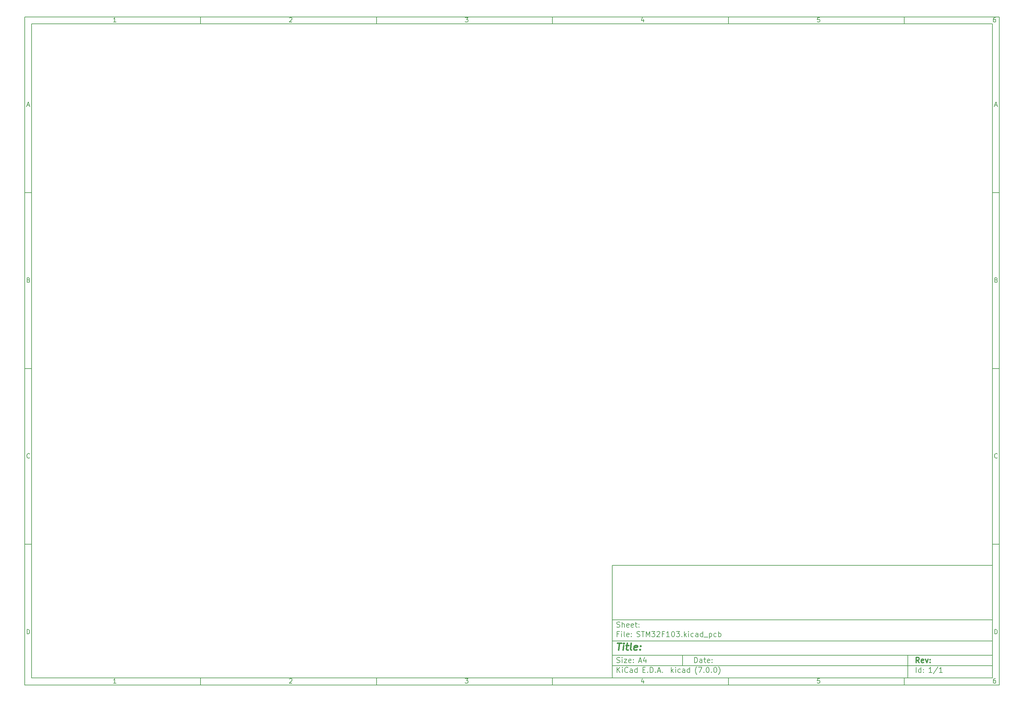
<source format=gbr>
%TF.GenerationSoftware,KiCad,Pcbnew,(7.0.0)*%
%TF.CreationDate,2023-03-08T00:24:43-05:00*%
%TF.ProjectId,STM32F103,53544d33-3246-4313-9033-2e6b69636164,rev?*%
%TF.SameCoordinates,Original*%
%TF.FileFunction,Legend,Bot*%
%TF.FilePolarity,Positive*%
%FSLAX46Y46*%
G04 Gerber Fmt 4.6, Leading zero omitted, Abs format (unit mm)*
G04 Created by KiCad (PCBNEW (7.0.0)) date 2023-03-08 00:24:43*
%MOMM*%
%LPD*%
G01*
G04 APERTURE LIST*
%ADD10C,0.100000*%
%ADD11C,0.150000*%
%ADD12C,0.300000*%
%ADD13C,0.400000*%
G04 APERTURE END LIST*
D10*
D11*
X177002200Y-166007200D02*
X285002200Y-166007200D01*
X285002200Y-198007200D01*
X177002200Y-198007200D01*
X177002200Y-166007200D01*
D10*
D11*
X10000000Y-10000000D02*
X287002200Y-10000000D01*
X287002200Y-200007200D01*
X10000000Y-200007200D01*
X10000000Y-10000000D01*
D10*
D11*
X12000000Y-12000000D02*
X285002200Y-12000000D01*
X285002200Y-198007200D01*
X12000000Y-198007200D01*
X12000000Y-12000000D01*
D10*
D11*
X60000000Y-12000000D02*
X60000000Y-10000000D01*
D10*
D11*
X110000000Y-12000000D02*
X110000000Y-10000000D01*
D10*
D11*
X160000000Y-12000000D02*
X160000000Y-10000000D01*
D10*
D11*
X210000000Y-12000000D02*
X210000000Y-10000000D01*
D10*
D11*
X260000000Y-12000000D02*
X260000000Y-10000000D01*
D10*
D11*
X35990476Y-11477595D02*
X35247619Y-11477595D01*
X35619047Y-11477595D02*
X35619047Y-10177595D01*
X35619047Y-10177595D02*
X35495238Y-10363309D01*
X35495238Y-10363309D02*
X35371428Y-10487119D01*
X35371428Y-10487119D02*
X35247619Y-10549023D01*
D10*
D11*
X85247619Y-10301404D02*
X85309523Y-10239500D01*
X85309523Y-10239500D02*
X85433333Y-10177595D01*
X85433333Y-10177595D02*
X85742857Y-10177595D01*
X85742857Y-10177595D02*
X85866666Y-10239500D01*
X85866666Y-10239500D02*
X85928571Y-10301404D01*
X85928571Y-10301404D02*
X85990476Y-10425214D01*
X85990476Y-10425214D02*
X85990476Y-10549023D01*
X85990476Y-10549023D02*
X85928571Y-10734738D01*
X85928571Y-10734738D02*
X85185714Y-11477595D01*
X85185714Y-11477595D02*
X85990476Y-11477595D01*
D10*
D11*
X135185714Y-10177595D02*
X135990476Y-10177595D01*
X135990476Y-10177595D02*
X135557142Y-10672833D01*
X135557142Y-10672833D02*
X135742857Y-10672833D01*
X135742857Y-10672833D02*
X135866666Y-10734738D01*
X135866666Y-10734738D02*
X135928571Y-10796642D01*
X135928571Y-10796642D02*
X135990476Y-10920452D01*
X135990476Y-10920452D02*
X135990476Y-11229976D01*
X135990476Y-11229976D02*
X135928571Y-11353785D01*
X135928571Y-11353785D02*
X135866666Y-11415690D01*
X135866666Y-11415690D02*
X135742857Y-11477595D01*
X135742857Y-11477595D02*
X135371428Y-11477595D01*
X135371428Y-11477595D02*
X135247619Y-11415690D01*
X135247619Y-11415690D02*
X135185714Y-11353785D01*
D10*
D11*
X185866666Y-10610928D02*
X185866666Y-11477595D01*
X185557142Y-10115690D02*
X185247619Y-11044261D01*
X185247619Y-11044261D02*
X186052380Y-11044261D01*
D10*
D11*
X235928571Y-10177595D02*
X235309523Y-10177595D01*
X235309523Y-10177595D02*
X235247619Y-10796642D01*
X235247619Y-10796642D02*
X235309523Y-10734738D01*
X235309523Y-10734738D02*
X235433333Y-10672833D01*
X235433333Y-10672833D02*
X235742857Y-10672833D01*
X235742857Y-10672833D02*
X235866666Y-10734738D01*
X235866666Y-10734738D02*
X235928571Y-10796642D01*
X235928571Y-10796642D02*
X235990476Y-10920452D01*
X235990476Y-10920452D02*
X235990476Y-11229976D01*
X235990476Y-11229976D02*
X235928571Y-11353785D01*
X235928571Y-11353785D02*
X235866666Y-11415690D01*
X235866666Y-11415690D02*
X235742857Y-11477595D01*
X235742857Y-11477595D02*
X235433333Y-11477595D01*
X235433333Y-11477595D02*
X235309523Y-11415690D01*
X235309523Y-11415690D02*
X235247619Y-11353785D01*
D10*
D11*
X285866666Y-10177595D02*
X285619047Y-10177595D01*
X285619047Y-10177595D02*
X285495238Y-10239500D01*
X285495238Y-10239500D02*
X285433333Y-10301404D01*
X285433333Y-10301404D02*
X285309523Y-10487119D01*
X285309523Y-10487119D02*
X285247619Y-10734738D01*
X285247619Y-10734738D02*
X285247619Y-11229976D01*
X285247619Y-11229976D02*
X285309523Y-11353785D01*
X285309523Y-11353785D02*
X285371428Y-11415690D01*
X285371428Y-11415690D02*
X285495238Y-11477595D01*
X285495238Y-11477595D02*
X285742857Y-11477595D01*
X285742857Y-11477595D02*
X285866666Y-11415690D01*
X285866666Y-11415690D02*
X285928571Y-11353785D01*
X285928571Y-11353785D02*
X285990476Y-11229976D01*
X285990476Y-11229976D02*
X285990476Y-10920452D01*
X285990476Y-10920452D02*
X285928571Y-10796642D01*
X285928571Y-10796642D02*
X285866666Y-10734738D01*
X285866666Y-10734738D02*
X285742857Y-10672833D01*
X285742857Y-10672833D02*
X285495238Y-10672833D01*
X285495238Y-10672833D02*
X285371428Y-10734738D01*
X285371428Y-10734738D02*
X285309523Y-10796642D01*
X285309523Y-10796642D02*
X285247619Y-10920452D01*
D10*
D11*
X60000000Y-198007200D02*
X60000000Y-200007200D01*
D10*
D11*
X110000000Y-198007200D02*
X110000000Y-200007200D01*
D10*
D11*
X160000000Y-198007200D02*
X160000000Y-200007200D01*
D10*
D11*
X210000000Y-198007200D02*
X210000000Y-200007200D01*
D10*
D11*
X260000000Y-198007200D02*
X260000000Y-200007200D01*
D10*
D11*
X35990476Y-199484795D02*
X35247619Y-199484795D01*
X35619047Y-199484795D02*
X35619047Y-198184795D01*
X35619047Y-198184795D02*
X35495238Y-198370509D01*
X35495238Y-198370509D02*
X35371428Y-198494319D01*
X35371428Y-198494319D02*
X35247619Y-198556223D01*
D10*
D11*
X85247619Y-198308604D02*
X85309523Y-198246700D01*
X85309523Y-198246700D02*
X85433333Y-198184795D01*
X85433333Y-198184795D02*
X85742857Y-198184795D01*
X85742857Y-198184795D02*
X85866666Y-198246700D01*
X85866666Y-198246700D02*
X85928571Y-198308604D01*
X85928571Y-198308604D02*
X85990476Y-198432414D01*
X85990476Y-198432414D02*
X85990476Y-198556223D01*
X85990476Y-198556223D02*
X85928571Y-198741938D01*
X85928571Y-198741938D02*
X85185714Y-199484795D01*
X85185714Y-199484795D02*
X85990476Y-199484795D01*
D10*
D11*
X135185714Y-198184795D02*
X135990476Y-198184795D01*
X135990476Y-198184795D02*
X135557142Y-198680033D01*
X135557142Y-198680033D02*
X135742857Y-198680033D01*
X135742857Y-198680033D02*
X135866666Y-198741938D01*
X135866666Y-198741938D02*
X135928571Y-198803842D01*
X135928571Y-198803842D02*
X135990476Y-198927652D01*
X135990476Y-198927652D02*
X135990476Y-199237176D01*
X135990476Y-199237176D02*
X135928571Y-199360985D01*
X135928571Y-199360985D02*
X135866666Y-199422890D01*
X135866666Y-199422890D02*
X135742857Y-199484795D01*
X135742857Y-199484795D02*
X135371428Y-199484795D01*
X135371428Y-199484795D02*
X135247619Y-199422890D01*
X135247619Y-199422890D02*
X135185714Y-199360985D01*
D10*
D11*
X185866666Y-198618128D02*
X185866666Y-199484795D01*
X185557142Y-198122890D02*
X185247619Y-199051461D01*
X185247619Y-199051461D02*
X186052380Y-199051461D01*
D10*
D11*
X235928571Y-198184795D02*
X235309523Y-198184795D01*
X235309523Y-198184795D02*
X235247619Y-198803842D01*
X235247619Y-198803842D02*
X235309523Y-198741938D01*
X235309523Y-198741938D02*
X235433333Y-198680033D01*
X235433333Y-198680033D02*
X235742857Y-198680033D01*
X235742857Y-198680033D02*
X235866666Y-198741938D01*
X235866666Y-198741938D02*
X235928571Y-198803842D01*
X235928571Y-198803842D02*
X235990476Y-198927652D01*
X235990476Y-198927652D02*
X235990476Y-199237176D01*
X235990476Y-199237176D02*
X235928571Y-199360985D01*
X235928571Y-199360985D02*
X235866666Y-199422890D01*
X235866666Y-199422890D02*
X235742857Y-199484795D01*
X235742857Y-199484795D02*
X235433333Y-199484795D01*
X235433333Y-199484795D02*
X235309523Y-199422890D01*
X235309523Y-199422890D02*
X235247619Y-199360985D01*
D10*
D11*
X285866666Y-198184795D02*
X285619047Y-198184795D01*
X285619047Y-198184795D02*
X285495238Y-198246700D01*
X285495238Y-198246700D02*
X285433333Y-198308604D01*
X285433333Y-198308604D02*
X285309523Y-198494319D01*
X285309523Y-198494319D02*
X285247619Y-198741938D01*
X285247619Y-198741938D02*
X285247619Y-199237176D01*
X285247619Y-199237176D02*
X285309523Y-199360985D01*
X285309523Y-199360985D02*
X285371428Y-199422890D01*
X285371428Y-199422890D02*
X285495238Y-199484795D01*
X285495238Y-199484795D02*
X285742857Y-199484795D01*
X285742857Y-199484795D02*
X285866666Y-199422890D01*
X285866666Y-199422890D02*
X285928571Y-199360985D01*
X285928571Y-199360985D02*
X285990476Y-199237176D01*
X285990476Y-199237176D02*
X285990476Y-198927652D01*
X285990476Y-198927652D02*
X285928571Y-198803842D01*
X285928571Y-198803842D02*
X285866666Y-198741938D01*
X285866666Y-198741938D02*
X285742857Y-198680033D01*
X285742857Y-198680033D02*
X285495238Y-198680033D01*
X285495238Y-198680033D02*
X285371428Y-198741938D01*
X285371428Y-198741938D02*
X285309523Y-198803842D01*
X285309523Y-198803842D02*
X285247619Y-198927652D01*
D10*
D11*
X10000000Y-60000000D02*
X12000000Y-60000000D01*
D10*
D11*
X10000000Y-110000000D02*
X12000000Y-110000000D01*
D10*
D11*
X10000000Y-160000000D02*
X12000000Y-160000000D01*
D10*
D11*
X10690476Y-35106166D02*
X11309523Y-35106166D01*
X10566666Y-35477595D02*
X10999999Y-34177595D01*
X10999999Y-34177595D02*
X11433333Y-35477595D01*
D10*
D11*
X11092857Y-84796642D02*
X11278571Y-84858547D01*
X11278571Y-84858547D02*
X11340476Y-84920452D01*
X11340476Y-84920452D02*
X11402380Y-85044261D01*
X11402380Y-85044261D02*
X11402380Y-85229976D01*
X11402380Y-85229976D02*
X11340476Y-85353785D01*
X11340476Y-85353785D02*
X11278571Y-85415690D01*
X11278571Y-85415690D02*
X11154761Y-85477595D01*
X11154761Y-85477595D02*
X10659523Y-85477595D01*
X10659523Y-85477595D02*
X10659523Y-84177595D01*
X10659523Y-84177595D02*
X11092857Y-84177595D01*
X11092857Y-84177595D02*
X11216666Y-84239500D01*
X11216666Y-84239500D02*
X11278571Y-84301404D01*
X11278571Y-84301404D02*
X11340476Y-84425214D01*
X11340476Y-84425214D02*
X11340476Y-84549023D01*
X11340476Y-84549023D02*
X11278571Y-84672833D01*
X11278571Y-84672833D02*
X11216666Y-84734738D01*
X11216666Y-84734738D02*
X11092857Y-84796642D01*
X11092857Y-84796642D02*
X10659523Y-84796642D01*
D10*
D11*
X11402380Y-135353785D02*
X11340476Y-135415690D01*
X11340476Y-135415690D02*
X11154761Y-135477595D01*
X11154761Y-135477595D02*
X11030952Y-135477595D01*
X11030952Y-135477595D02*
X10845238Y-135415690D01*
X10845238Y-135415690D02*
X10721428Y-135291880D01*
X10721428Y-135291880D02*
X10659523Y-135168071D01*
X10659523Y-135168071D02*
X10597619Y-134920452D01*
X10597619Y-134920452D02*
X10597619Y-134734738D01*
X10597619Y-134734738D02*
X10659523Y-134487119D01*
X10659523Y-134487119D02*
X10721428Y-134363309D01*
X10721428Y-134363309D02*
X10845238Y-134239500D01*
X10845238Y-134239500D02*
X11030952Y-134177595D01*
X11030952Y-134177595D02*
X11154761Y-134177595D01*
X11154761Y-134177595D02*
X11340476Y-134239500D01*
X11340476Y-134239500D02*
X11402380Y-134301404D01*
D10*
D11*
X10659523Y-185477595D02*
X10659523Y-184177595D01*
X10659523Y-184177595D02*
X10969047Y-184177595D01*
X10969047Y-184177595D02*
X11154761Y-184239500D01*
X11154761Y-184239500D02*
X11278571Y-184363309D01*
X11278571Y-184363309D02*
X11340476Y-184487119D01*
X11340476Y-184487119D02*
X11402380Y-184734738D01*
X11402380Y-184734738D02*
X11402380Y-184920452D01*
X11402380Y-184920452D02*
X11340476Y-185168071D01*
X11340476Y-185168071D02*
X11278571Y-185291880D01*
X11278571Y-185291880D02*
X11154761Y-185415690D01*
X11154761Y-185415690D02*
X10969047Y-185477595D01*
X10969047Y-185477595D02*
X10659523Y-185477595D01*
D10*
D11*
X287002200Y-60000000D02*
X285002200Y-60000000D01*
D10*
D11*
X287002200Y-110000000D02*
X285002200Y-110000000D01*
D10*
D11*
X287002200Y-160000000D02*
X285002200Y-160000000D01*
D10*
D11*
X285692676Y-35106166D02*
X286311723Y-35106166D01*
X285568866Y-35477595D02*
X286002199Y-34177595D01*
X286002199Y-34177595D02*
X286435533Y-35477595D01*
D10*
D11*
X286095057Y-84796642D02*
X286280771Y-84858547D01*
X286280771Y-84858547D02*
X286342676Y-84920452D01*
X286342676Y-84920452D02*
X286404580Y-85044261D01*
X286404580Y-85044261D02*
X286404580Y-85229976D01*
X286404580Y-85229976D02*
X286342676Y-85353785D01*
X286342676Y-85353785D02*
X286280771Y-85415690D01*
X286280771Y-85415690D02*
X286156961Y-85477595D01*
X286156961Y-85477595D02*
X285661723Y-85477595D01*
X285661723Y-85477595D02*
X285661723Y-84177595D01*
X285661723Y-84177595D02*
X286095057Y-84177595D01*
X286095057Y-84177595D02*
X286218866Y-84239500D01*
X286218866Y-84239500D02*
X286280771Y-84301404D01*
X286280771Y-84301404D02*
X286342676Y-84425214D01*
X286342676Y-84425214D02*
X286342676Y-84549023D01*
X286342676Y-84549023D02*
X286280771Y-84672833D01*
X286280771Y-84672833D02*
X286218866Y-84734738D01*
X286218866Y-84734738D02*
X286095057Y-84796642D01*
X286095057Y-84796642D02*
X285661723Y-84796642D01*
D10*
D11*
X286404580Y-135353785D02*
X286342676Y-135415690D01*
X286342676Y-135415690D02*
X286156961Y-135477595D01*
X286156961Y-135477595D02*
X286033152Y-135477595D01*
X286033152Y-135477595D02*
X285847438Y-135415690D01*
X285847438Y-135415690D02*
X285723628Y-135291880D01*
X285723628Y-135291880D02*
X285661723Y-135168071D01*
X285661723Y-135168071D02*
X285599819Y-134920452D01*
X285599819Y-134920452D02*
X285599819Y-134734738D01*
X285599819Y-134734738D02*
X285661723Y-134487119D01*
X285661723Y-134487119D02*
X285723628Y-134363309D01*
X285723628Y-134363309D02*
X285847438Y-134239500D01*
X285847438Y-134239500D02*
X286033152Y-134177595D01*
X286033152Y-134177595D02*
X286156961Y-134177595D01*
X286156961Y-134177595D02*
X286342676Y-134239500D01*
X286342676Y-134239500D02*
X286404580Y-134301404D01*
D10*
D11*
X285661723Y-185477595D02*
X285661723Y-184177595D01*
X285661723Y-184177595D02*
X285971247Y-184177595D01*
X285971247Y-184177595D02*
X286156961Y-184239500D01*
X286156961Y-184239500D02*
X286280771Y-184363309D01*
X286280771Y-184363309D02*
X286342676Y-184487119D01*
X286342676Y-184487119D02*
X286404580Y-184734738D01*
X286404580Y-184734738D02*
X286404580Y-184920452D01*
X286404580Y-184920452D02*
X286342676Y-185168071D01*
X286342676Y-185168071D02*
X286280771Y-185291880D01*
X286280771Y-185291880D02*
X286156961Y-185415690D01*
X286156961Y-185415690D02*
X285971247Y-185477595D01*
X285971247Y-185477595D02*
X285661723Y-185477595D01*
D10*
D11*
X200359342Y-193658271D02*
X200359342Y-192158271D01*
X200359342Y-192158271D02*
X200716485Y-192158271D01*
X200716485Y-192158271D02*
X200930771Y-192229700D01*
X200930771Y-192229700D02*
X201073628Y-192372557D01*
X201073628Y-192372557D02*
X201145057Y-192515414D01*
X201145057Y-192515414D02*
X201216485Y-192801128D01*
X201216485Y-192801128D02*
X201216485Y-193015414D01*
X201216485Y-193015414D02*
X201145057Y-193301128D01*
X201145057Y-193301128D02*
X201073628Y-193443985D01*
X201073628Y-193443985D02*
X200930771Y-193586842D01*
X200930771Y-193586842D02*
X200716485Y-193658271D01*
X200716485Y-193658271D02*
X200359342Y-193658271D01*
X202502200Y-193658271D02*
X202502200Y-192872557D01*
X202502200Y-192872557D02*
X202430771Y-192729700D01*
X202430771Y-192729700D02*
X202287914Y-192658271D01*
X202287914Y-192658271D02*
X202002200Y-192658271D01*
X202002200Y-192658271D02*
X201859342Y-192729700D01*
X202502200Y-193586842D02*
X202359342Y-193658271D01*
X202359342Y-193658271D02*
X202002200Y-193658271D01*
X202002200Y-193658271D02*
X201859342Y-193586842D01*
X201859342Y-193586842D02*
X201787914Y-193443985D01*
X201787914Y-193443985D02*
X201787914Y-193301128D01*
X201787914Y-193301128D02*
X201859342Y-193158271D01*
X201859342Y-193158271D02*
X202002200Y-193086842D01*
X202002200Y-193086842D02*
X202359342Y-193086842D01*
X202359342Y-193086842D02*
X202502200Y-193015414D01*
X203002200Y-192658271D02*
X203573628Y-192658271D01*
X203216485Y-192158271D02*
X203216485Y-193443985D01*
X203216485Y-193443985D02*
X203287914Y-193586842D01*
X203287914Y-193586842D02*
X203430771Y-193658271D01*
X203430771Y-193658271D02*
X203573628Y-193658271D01*
X204645057Y-193586842D02*
X204502200Y-193658271D01*
X204502200Y-193658271D02*
X204216486Y-193658271D01*
X204216486Y-193658271D02*
X204073628Y-193586842D01*
X204073628Y-193586842D02*
X204002200Y-193443985D01*
X204002200Y-193443985D02*
X204002200Y-192872557D01*
X204002200Y-192872557D02*
X204073628Y-192729700D01*
X204073628Y-192729700D02*
X204216486Y-192658271D01*
X204216486Y-192658271D02*
X204502200Y-192658271D01*
X204502200Y-192658271D02*
X204645057Y-192729700D01*
X204645057Y-192729700D02*
X204716486Y-192872557D01*
X204716486Y-192872557D02*
X204716486Y-193015414D01*
X204716486Y-193015414D02*
X204002200Y-193158271D01*
X205359342Y-193515414D02*
X205430771Y-193586842D01*
X205430771Y-193586842D02*
X205359342Y-193658271D01*
X205359342Y-193658271D02*
X205287914Y-193586842D01*
X205287914Y-193586842D02*
X205359342Y-193515414D01*
X205359342Y-193515414D02*
X205359342Y-193658271D01*
X205359342Y-192729700D02*
X205430771Y-192801128D01*
X205430771Y-192801128D02*
X205359342Y-192872557D01*
X205359342Y-192872557D02*
X205287914Y-192801128D01*
X205287914Y-192801128D02*
X205359342Y-192729700D01*
X205359342Y-192729700D02*
X205359342Y-192872557D01*
D10*
D11*
X177002200Y-194507200D02*
X285002200Y-194507200D01*
D10*
D11*
X178359342Y-196458271D02*
X178359342Y-194958271D01*
X179216485Y-196458271D02*
X178573628Y-195601128D01*
X179216485Y-194958271D02*
X178359342Y-195815414D01*
X179859342Y-196458271D02*
X179859342Y-195458271D01*
X179859342Y-194958271D02*
X179787914Y-195029700D01*
X179787914Y-195029700D02*
X179859342Y-195101128D01*
X179859342Y-195101128D02*
X179930771Y-195029700D01*
X179930771Y-195029700D02*
X179859342Y-194958271D01*
X179859342Y-194958271D02*
X179859342Y-195101128D01*
X181430771Y-196315414D02*
X181359343Y-196386842D01*
X181359343Y-196386842D02*
X181145057Y-196458271D01*
X181145057Y-196458271D02*
X181002200Y-196458271D01*
X181002200Y-196458271D02*
X180787914Y-196386842D01*
X180787914Y-196386842D02*
X180645057Y-196243985D01*
X180645057Y-196243985D02*
X180573628Y-196101128D01*
X180573628Y-196101128D02*
X180502200Y-195815414D01*
X180502200Y-195815414D02*
X180502200Y-195601128D01*
X180502200Y-195601128D02*
X180573628Y-195315414D01*
X180573628Y-195315414D02*
X180645057Y-195172557D01*
X180645057Y-195172557D02*
X180787914Y-195029700D01*
X180787914Y-195029700D02*
X181002200Y-194958271D01*
X181002200Y-194958271D02*
X181145057Y-194958271D01*
X181145057Y-194958271D02*
X181359343Y-195029700D01*
X181359343Y-195029700D02*
X181430771Y-195101128D01*
X182716486Y-196458271D02*
X182716486Y-195672557D01*
X182716486Y-195672557D02*
X182645057Y-195529700D01*
X182645057Y-195529700D02*
X182502200Y-195458271D01*
X182502200Y-195458271D02*
X182216486Y-195458271D01*
X182216486Y-195458271D02*
X182073628Y-195529700D01*
X182716486Y-196386842D02*
X182573628Y-196458271D01*
X182573628Y-196458271D02*
X182216486Y-196458271D01*
X182216486Y-196458271D02*
X182073628Y-196386842D01*
X182073628Y-196386842D02*
X182002200Y-196243985D01*
X182002200Y-196243985D02*
X182002200Y-196101128D01*
X182002200Y-196101128D02*
X182073628Y-195958271D01*
X182073628Y-195958271D02*
X182216486Y-195886842D01*
X182216486Y-195886842D02*
X182573628Y-195886842D01*
X182573628Y-195886842D02*
X182716486Y-195815414D01*
X184073629Y-196458271D02*
X184073629Y-194958271D01*
X184073629Y-196386842D02*
X183930771Y-196458271D01*
X183930771Y-196458271D02*
X183645057Y-196458271D01*
X183645057Y-196458271D02*
X183502200Y-196386842D01*
X183502200Y-196386842D02*
X183430771Y-196315414D01*
X183430771Y-196315414D02*
X183359343Y-196172557D01*
X183359343Y-196172557D02*
X183359343Y-195743985D01*
X183359343Y-195743985D02*
X183430771Y-195601128D01*
X183430771Y-195601128D02*
X183502200Y-195529700D01*
X183502200Y-195529700D02*
X183645057Y-195458271D01*
X183645057Y-195458271D02*
X183930771Y-195458271D01*
X183930771Y-195458271D02*
X184073629Y-195529700D01*
X185687914Y-195672557D02*
X186187914Y-195672557D01*
X186402200Y-196458271D02*
X185687914Y-196458271D01*
X185687914Y-196458271D02*
X185687914Y-194958271D01*
X185687914Y-194958271D02*
X186402200Y-194958271D01*
X187045057Y-196315414D02*
X187116486Y-196386842D01*
X187116486Y-196386842D02*
X187045057Y-196458271D01*
X187045057Y-196458271D02*
X186973629Y-196386842D01*
X186973629Y-196386842D02*
X187045057Y-196315414D01*
X187045057Y-196315414D02*
X187045057Y-196458271D01*
X187759343Y-196458271D02*
X187759343Y-194958271D01*
X187759343Y-194958271D02*
X188116486Y-194958271D01*
X188116486Y-194958271D02*
X188330772Y-195029700D01*
X188330772Y-195029700D02*
X188473629Y-195172557D01*
X188473629Y-195172557D02*
X188545058Y-195315414D01*
X188545058Y-195315414D02*
X188616486Y-195601128D01*
X188616486Y-195601128D02*
X188616486Y-195815414D01*
X188616486Y-195815414D02*
X188545058Y-196101128D01*
X188545058Y-196101128D02*
X188473629Y-196243985D01*
X188473629Y-196243985D02*
X188330772Y-196386842D01*
X188330772Y-196386842D02*
X188116486Y-196458271D01*
X188116486Y-196458271D02*
X187759343Y-196458271D01*
X189259343Y-196315414D02*
X189330772Y-196386842D01*
X189330772Y-196386842D02*
X189259343Y-196458271D01*
X189259343Y-196458271D02*
X189187915Y-196386842D01*
X189187915Y-196386842D02*
X189259343Y-196315414D01*
X189259343Y-196315414D02*
X189259343Y-196458271D01*
X189902201Y-196029700D02*
X190616487Y-196029700D01*
X189759344Y-196458271D02*
X190259344Y-194958271D01*
X190259344Y-194958271D02*
X190759344Y-196458271D01*
X191259343Y-196315414D02*
X191330772Y-196386842D01*
X191330772Y-196386842D02*
X191259343Y-196458271D01*
X191259343Y-196458271D02*
X191187915Y-196386842D01*
X191187915Y-196386842D02*
X191259343Y-196315414D01*
X191259343Y-196315414D02*
X191259343Y-196458271D01*
X193773629Y-196458271D02*
X193773629Y-194958271D01*
X193916487Y-195886842D02*
X194345058Y-196458271D01*
X194345058Y-195458271D02*
X193773629Y-196029700D01*
X194987915Y-196458271D02*
X194987915Y-195458271D01*
X194987915Y-194958271D02*
X194916487Y-195029700D01*
X194916487Y-195029700D02*
X194987915Y-195101128D01*
X194987915Y-195101128D02*
X195059344Y-195029700D01*
X195059344Y-195029700D02*
X194987915Y-194958271D01*
X194987915Y-194958271D02*
X194987915Y-195101128D01*
X196345059Y-196386842D02*
X196202201Y-196458271D01*
X196202201Y-196458271D02*
X195916487Y-196458271D01*
X195916487Y-196458271D02*
X195773630Y-196386842D01*
X195773630Y-196386842D02*
X195702201Y-196315414D01*
X195702201Y-196315414D02*
X195630773Y-196172557D01*
X195630773Y-196172557D02*
X195630773Y-195743985D01*
X195630773Y-195743985D02*
X195702201Y-195601128D01*
X195702201Y-195601128D02*
X195773630Y-195529700D01*
X195773630Y-195529700D02*
X195916487Y-195458271D01*
X195916487Y-195458271D02*
X196202201Y-195458271D01*
X196202201Y-195458271D02*
X196345059Y-195529700D01*
X197630773Y-196458271D02*
X197630773Y-195672557D01*
X197630773Y-195672557D02*
X197559344Y-195529700D01*
X197559344Y-195529700D02*
X197416487Y-195458271D01*
X197416487Y-195458271D02*
X197130773Y-195458271D01*
X197130773Y-195458271D02*
X196987915Y-195529700D01*
X197630773Y-196386842D02*
X197487915Y-196458271D01*
X197487915Y-196458271D02*
X197130773Y-196458271D01*
X197130773Y-196458271D02*
X196987915Y-196386842D01*
X196987915Y-196386842D02*
X196916487Y-196243985D01*
X196916487Y-196243985D02*
X196916487Y-196101128D01*
X196916487Y-196101128D02*
X196987915Y-195958271D01*
X196987915Y-195958271D02*
X197130773Y-195886842D01*
X197130773Y-195886842D02*
X197487915Y-195886842D01*
X197487915Y-195886842D02*
X197630773Y-195815414D01*
X198987916Y-196458271D02*
X198987916Y-194958271D01*
X198987916Y-196386842D02*
X198845058Y-196458271D01*
X198845058Y-196458271D02*
X198559344Y-196458271D01*
X198559344Y-196458271D02*
X198416487Y-196386842D01*
X198416487Y-196386842D02*
X198345058Y-196315414D01*
X198345058Y-196315414D02*
X198273630Y-196172557D01*
X198273630Y-196172557D02*
X198273630Y-195743985D01*
X198273630Y-195743985D02*
X198345058Y-195601128D01*
X198345058Y-195601128D02*
X198416487Y-195529700D01*
X198416487Y-195529700D02*
X198559344Y-195458271D01*
X198559344Y-195458271D02*
X198845058Y-195458271D01*
X198845058Y-195458271D02*
X198987916Y-195529700D01*
X201030773Y-197029700D02*
X200959344Y-196958271D01*
X200959344Y-196958271D02*
X200816487Y-196743985D01*
X200816487Y-196743985D02*
X200745059Y-196601128D01*
X200745059Y-196601128D02*
X200673630Y-196386842D01*
X200673630Y-196386842D02*
X200602201Y-196029700D01*
X200602201Y-196029700D02*
X200602201Y-195743985D01*
X200602201Y-195743985D02*
X200673630Y-195386842D01*
X200673630Y-195386842D02*
X200745059Y-195172557D01*
X200745059Y-195172557D02*
X200816487Y-195029700D01*
X200816487Y-195029700D02*
X200959344Y-194815414D01*
X200959344Y-194815414D02*
X201030773Y-194743985D01*
X201459344Y-194958271D02*
X202459344Y-194958271D01*
X202459344Y-194958271D02*
X201816487Y-196458271D01*
X203030772Y-196315414D02*
X203102201Y-196386842D01*
X203102201Y-196386842D02*
X203030772Y-196458271D01*
X203030772Y-196458271D02*
X202959344Y-196386842D01*
X202959344Y-196386842D02*
X203030772Y-196315414D01*
X203030772Y-196315414D02*
X203030772Y-196458271D01*
X204030773Y-194958271D02*
X204173630Y-194958271D01*
X204173630Y-194958271D02*
X204316487Y-195029700D01*
X204316487Y-195029700D02*
X204387916Y-195101128D01*
X204387916Y-195101128D02*
X204459344Y-195243985D01*
X204459344Y-195243985D02*
X204530773Y-195529700D01*
X204530773Y-195529700D02*
X204530773Y-195886842D01*
X204530773Y-195886842D02*
X204459344Y-196172557D01*
X204459344Y-196172557D02*
X204387916Y-196315414D01*
X204387916Y-196315414D02*
X204316487Y-196386842D01*
X204316487Y-196386842D02*
X204173630Y-196458271D01*
X204173630Y-196458271D02*
X204030773Y-196458271D01*
X204030773Y-196458271D02*
X203887916Y-196386842D01*
X203887916Y-196386842D02*
X203816487Y-196315414D01*
X203816487Y-196315414D02*
X203745058Y-196172557D01*
X203745058Y-196172557D02*
X203673630Y-195886842D01*
X203673630Y-195886842D02*
X203673630Y-195529700D01*
X203673630Y-195529700D02*
X203745058Y-195243985D01*
X203745058Y-195243985D02*
X203816487Y-195101128D01*
X203816487Y-195101128D02*
X203887916Y-195029700D01*
X203887916Y-195029700D02*
X204030773Y-194958271D01*
X205173629Y-196315414D02*
X205245058Y-196386842D01*
X205245058Y-196386842D02*
X205173629Y-196458271D01*
X205173629Y-196458271D02*
X205102201Y-196386842D01*
X205102201Y-196386842D02*
X205173629Y-196315414D01*
X205173629Y-196315414D02*
X205173629Y-196458271D01*
X206173630Y-194958271D02*
X206316487Y-194958271D01*
X206316487Y-194958271D02*
X206459344Y-195029700D01*
X206459344Y-195029700D02*
X206530773Y-195101128D01*
X206530773Y-195101128D02*
X206602201Y-195243985D01*
X206602201Y-195243985D02*
X206673630Y-195529700D01*
X206673630Y-195529700D02*
X206673630Y-195886842D01*
X206673630Y-195886842D02*
X206602201Y-196172557D01*
X206602201Y-196172557D02*
X206530773Y-196315414D01*
X206530773Y-196315414D02*
X206459344Y-196386842D01*
X206459344Y-196386842D02*
X206316487Y-196458271D01*
X206316487Y-196458271D02*
X206173630Y-196458271D01*
X206173630Y-196458271D02*
X206030773Y-196386842D01*
X206030773Y-196386842D02*
X205959344Y-196315414D01*
X205959344Y-196315414D02*
X205887915Y-196172557D01*
X205887915Y-196172557D02*
X205816487Y-195886842D01*
X205816487Y-195886842D02*
X205816487Y-195529700D01*
X205816487Y-195529700D02*
X205887915Y-195243985D01*
X205887915Y-195243985D02*
X205959344Y-195101128D01*
X205959344Y-195101128D02*
X206030773Y-195029700D01*
X206030773Y-195029700D02*
X206173630Y-194958271D01*
X207173629Y-197029700D02*
X207245058Y-196958271D01*
X207245058Y-196958271D02*
X207387915Y-196743985D01*
X207387915Y-196743985D02*
X207459344Y-196601128D01*
X207459344Y-196601128D02*
X207530772Y-196386842D01*
X207530772Y-196386842D02*
X207602201Y-196029700D01*
X207602201Y-196029700D02*
X207602201Y-195743985D01*
X207602201Y-195743985D02*
X207530772Y-195386842D01*
X207530772Y-195386842D02*
X207459344Y-195172557D01*
X207459344Y-195172557D02*
X207387915Y-195029700D01*
X207387915Y-195029700D02*
X207245058Y-194815414D01*
X207245058Y-194815414D02*
X207173629Y-194743985D01*
D10*
D11*
X177002200Y-191507200D02*
X285002200Y-191507200D01*
D10*
D12*
X264216485Y-193658271D02*
X263716485Y-192943985D01*
X263359342Y-193658271D02*
X263359342Y-192158271D01*
X263359342Y-192158271D02*
X263930771Y-192158271D01*
X263930771Y-192158271D02*
X264073628Y-192229700D01*
X264073628Y-192229700D02*
X264145057Y-192301128D01*
X264145057Y-192301128D02*
X264216485Y-192443985D01*
X264216485Y-192443985D02*
X264216485Y-192658271D01*
X264216485Y-192658271D02*
X264145057Y-192801128D01*
X264145057Y-192801128D02*
X264073628Y-192872557D01*
X264073628Y-192872557D02*
X263930771Y-192943985D01*
X263930771Y-192943985D02*
X263359342Y-192943985D01*
X265430771Y-193586842D02*
X265287914Y-193658271D01*
X265287914Y-193658271D02*
X265002200Y-193658271D01*
X265002200Y-193658271D02*
X264859342Y-193586842D01*
X264859342Y-193586842D02*
X264787914Y-193443985D01*
X264787914Y-193443985D02*
X264787914Y-192872557D01*
X264787914Y-192872557D02*
X264859342Y-192729700D01*
X264859342Y-192729700D02*
X265002200Y-192658271D01*
X265002200Y-192658271D02*
X265287914Y-192658271D01*
X265287914Y-192658271D02*
X265430771Y-192729700D01*
X265430771Y-192729700D02*
X265502200Y-192872557D01*
X265502200Y-192872557D02*
X265502200Y-193015414D01*
X265502200Y-193015414D02*
X264787914Y-193158271D01*
X266002199Y-192658271D02*
X266359342Y-193658271D01*
X266359342Y-193658271D02*
X266716485Y-192658271D01*
X267287913Y-193515414D02*
X267359342Y-193586842D01*
X267359342Y-193586842D02*
X267287913Y-193658271D01*
X267287913Y-193658271D02*
X267216485Y-193586842D01*
X267216485Y-193586842D02*
X267287913Y-193515414D01*
X267287913Y-193515414D02*
X267287913Y-193658271D01*
X267287913Y-192729700D02*
X267359342Y-192801128D01*
X267359342Y-192801128D02*
X267287913Y-192872557D01*
X267287913Y-192872557D02*
X267216485Y-192801128D01*
X267216485Y-192801128D02*
X267287913Y-192729700D01*
X267287913Y-192729700D02*
X267287913Y-192872557D01*
D10*
D11*
X178287914Y-193586842D02*
X178502200Y-193658271D01*
X178502200Y-193658271D02*
X178859342Y-193658271D01*
X178859342Y-193658271D02*
X179002200Y-193586842D01*
X179002200Y-193586842D02*
X179073628Y-193515414D01*
X179073628Y-193515414D02*
X179145057Y-193372557D01*
X179145057Y-193372557D02*
X179145057Y-193229700D01*
X179145057Y-193229700D02*
X179073628Y-193086842D01*
X179073628Y-193086842D02*
X179002200Y-193015414D01*
X179002200Y-193015414D02*
X178859342Y-192943985D01*
X178859342Y-192943985D02*
X178573628Y-192872557D01*
X178573628Y-192872557D02*
X178430771Y-192801128D01*
X178430771Y-192801128D02*
X178359342Y-192729700D01*
X178359342Y-192729700D02*
X178287914Y-192586842D01*
X178287914Y-192586842D02*
X178287914Y-192443985D01*
X178287914Y-192443985D02*
X178359342Y-192301128D01*
X178359342Y-192301128D02*
X178430771Y-192229700D01*
X178430771Y-192229700D02*
X178573628Y-192158271D01*
X178573628Y-192158271D02*
X178930771Y-192158271D01*
X178930771Y-192158271D02*
X179145057Y-192229700D01*
X179787913Y-193658271D02*
X179787913Y-192658271D01*
X179787913Y-192158271D02*
X179716485Y-192229700D01*
X179716485Y-192229700D02*
X179787913Y-192301128D01*
X179787913Y-192301128D02*
X179859342Y-192229700D01*
X179859342Y-192229700D02*
X179787913Y-192158271D01*
X179787913Y-192158271D02*
X179787913Y-192301128D01*
X180359342Y-192658271D02*
X181145057Y-192658271D01*
X181145057Y-192658271D02*
X180359342Y-193658271D01*
X180359342Y-193658271D02*
X181145057Y-193658271D01*
X182287914Y-193586842D02*
X182145057Y-193658271D01*
X182145057Y-193658271D02*
X181859343Y-193658271D01*
X181859343Y-193658271D02*
X181716485Y-193586842D01*
X181716485Y-193586842D02*
X181645057Y-193443985D01*
X181645057Y-193443985D02*
X181645057Y-192872557D01*
X181645057Y-192872557D02*
X181716485Y-192729700D01*
X181716485Y-192729700D02*
X181859343Y-192658271D01*
X181859343Y-192658271D02*
X182145057Y-192658271D01*
X182145057Y-192658271D02*
X182287914Y-192729700D01*
X182287914Y-192729700D02*
X182359343Y-192872557D01*
X182359343Y-192872557D02*
X182359343Y-193015414D01*
X182359343Y-193015414D02*
X181645057Y-193158271D01*
X183002199Y-193515414D02*
X183073628Y-193586842D01*
X183073628Y-193586842D02*
X183002199Y-193658271D01*
X183002199Y-193658271D02*
X182930771Y-193586842D01*
X182930771Y-193586842D02*
X183002199Y-193515414D01*
X183002199Y-193515414D02*
X183002199Y-193658271D01*
X183002199Y-192729700D02*
X183073628Y-192801128D01*
X183073628Y-192801128D02*
X183002199Y-192872557D01*
X183002199Y-192872557D02*
X182930771Y-192801128D01*
X182930771Y-192801128D02*
X183002199Y-192729700D01*
X183002199Y-192729700D02*
X183002199Y-192872557D01*
X184545057Y-193229700D02*
X185259343Y-193229700D01*
X184402200Y-193658271D02*
X184902200Y-192158271D01*
X184902200Y-192158271D02*
X185402200Y-193658271D01*
X186545057Y-192658271D02*
X186545057Y-193658271D01*
X186187914Y-192086842D02*
X185830771Y-193158271D01*
X185830771Y-193158271D02*
X186759342Y-193158271D01*
D10*
D11*
X263359342Y-196458271D02*
X263359342Y-194958271D01*
X264716486Y-196458271D02*
X264716486Y-194958271D01*
X264716486Y-196386842D02*
X264573628Y-196458271D01*
X264573628Y-196458271D02*
X264287914Y-196458271D01*
X264287914Y-196458271D02*
X264145057Y-196386842D01*
X264145057Y-196386842D02*
X264073628Y-196315414D01*
X264073628Y-196315414D02*
X264002200Y-196172557D01*
X264002200Y-196172557D02*
X264002200Y-195743985D01*
X264002200Y-195743985D02*
X264073628Y-195601128D01*
X264073628Y-195601128D02*
X264145057Y-195529700D01*
X264145057Y-195529700D02*
X264287914Y-195458271D01*
X264287914Y-195458271D02*
X264573628Y-195458271D01*
X264573628Y-195458271D02*
X264716486Y-195529700D01*
X265430771Y-196315414D02*
X265502200Y-196386842D01*
X265502200Y-196386842D02*
X265430771Y-196458271D01*
X265430771Y-196458271D02*
X265359343Y-196386842D01*
X265359343Y-196386842D02*
X265430771Y-196315414D01*
X265430771Y-196315414D02*
X265430771Y-196458271D01*
X265430771Y-195529700D02*
X265502200Y-195601128D01*
X265502200Y-195601128D02*
X265430771Y-195672557D01*
X265430771Y-195672557D02*
X265359343Y-195601128D01*
X265359343Y-195601128D02*
X265430771Y-195529700D01*
X265430771Y-195529700D02*
X265430771Y-195672557D01*
X267830772Y-196458271D02*
X266973629Y-196458271D01*
X267402200Y-196458271D02*
X267402200Y-194958271D01*
X267402200Y-194958271D02*
X267259343Y-195172557D01*
X267259343Y-195172557D02*
X267116486Y-195315414D01*
X267116486Y-195315414D02*
X266973629Y-195386842D01*
X269545057Y-194886842D02*
X268259343Y-196815414D01*
X270830772Y-196458271D02*
X269973629Y-196458271D01*
X270402200Y-196458271D02*
X270402200Y-194958271D01*
X270402200Y-194958271D02*
X270259343Y-195172557D01*
X270259343Y-195172557D02*
X270116486Y-195315414D01*
X270116486Y-195315414D02*
X269973629Y-195386842D01*
D10*
D11*
X177002200Y-187507200D02*
X285002200Y-187507200D01*
D10*
D13*
X178454580Y-188041961D02*
X179597438Y-188041961D01*
X178776009Y-190041961D02*
X179026009Y-188041961D01*
X180014105Y-190041961D02*
X180180771Y-188708628D01*
X180264105Y-188041961D02*
X180156962Y-188137200D01*
X180156962Y-188137200D02*
X180240295Y-188232438D01*
X180240295Y-188232438D02*
X180347438Y-188137200D01*
X180347438Y-188137200D02*
X180264105Y-188041961D01*
X180264105Y-188041961D02*
X180240295Y-188232438D01*
X180847438Y-188708628D02*
X181609343Y-188708628D01*
X181216486Y-188041961D02*
X181002200Y-189756247D01*
X181002200Y-189756247D02*
X181073629Y-189946723D01*
X181073629Y-189946723D02*
X181252200Y-190041961D01*
X181252200Y-190041961D02*
X181442676Y-190041961D01*
X182395057Y-190041961D02*
X182216486Y-189946723D01*
X182216486Y-189946723D02*
X182145057Y-189756247D01*
X182145057Y-189756247D02*
X182359343Y-188041961D01*
X183930771Y-189946723D02*
X183728390Y-190041961D01*
X183728390Y-190041961D02*
X183347438Y-190041961D01*
X183347438Y-190041961D02*
X183168867Y-189946723D01*
X183168867Y-189946723D02*
X183097438Y-189756247D01*
X183097438Y-189756247D02*
X183192676Y-188994342D01*
X183192676Y-188994342D02*
X183311724Y-188803866D01*
X183311724Y-188803866D02*
X183514105Y-188708628D01*
X183514105Y-188708628D02*
X183895057Y-188708628D01*
X183895057Y-188708628D02*
X184073628Y-188803866D01*
X184073628Y-188803866D02*
X184145057Y-188994342D01*
X184145057Y-188994342D02*
X184121247Y-189184819D01*
X184121247Y-189184819D02*
X183145057Y-189375295D01*
X184895057Y-189851485D02*
X184978391Y-189946723D01*
X184978391Y-189946723D02*
X184871248Y-190041961D01*
X184871248Y-190041961D02*
X184787914Y-189946723D01*
X184787914Y-189946723D02*
X184895057Y-189851485D01*
X184895057Y-189851485D02*
X184871248Y-190041961D01*
X185026010Y-188803866D02*
X185109343Y-188899104D01*
X185109343Y-188899104D02*
X185002200Y-188994342D01*
X185002200Y-188994342D02*
X184918867Y-188899104D01*
X184918867Y-188899104D02*
X185026010Y-188803866D01*
X185026010Y-188803866D02*
X185002200Y-188994342D01*
D10*
D11*
X178859342Y-185472557D02*
X178359342Y-185472557D01*
X178359342Y-186258271D02*
X178359342Y-184758271D01*
X178359342Y-184758271D02*
X179073628Y-184758271D01*
X179645056Y-186258271D02*
X179645056Y-185258271D01*
X179645056Y-184758271D02*
X179573628Y-184829700D01*
X179573628Y-184829700D02*
X179645056Y-184901128D01*
X179645056Y-184901128D02*
X179716485Y-184829700D01*
X179716485Y-184829700D02*
X179645056Y-184758271D01*
X179645056Y-184758271D02*
X179645056Y-184901128D01*
X180573628Y-186258271D02*
X180430771Y-186186842D01*
X180430771Y-186186842D02*
X180359342Y-186043985D01*
X180359342Y-186043985D02*
X180359342Y-184758271D01*
X181716485Y-186186842D02*
X181573628Y-186258271D01*
X181573628Y-186258271D02*
X181287914Y-186258271D01*
X181287914Y-186258271D02*
X181145056Y-186186842D01*
X181145056Y-186186842D02*
X181073628Y-186043985D01*
X181073628Y-186043985D02*
X181073628Y-185472557D01*
X181073628Y-185472557D02*
X181145056Y-185329700D01*
X181145056Y-185329700D02*
X181287914Y-185258271D01*
X181287914Y-185258271D02*
X181573628Y-185258271D01*
X181573628Y-185258271D02*
X181716485Y-185329700D01*
X181716485Y-185329700D02*
X181787914Y-185472557D01*
X181787914Y-185472557D02*
X181787914Y-185615414D01*
X181787914Y-185615414D02*
X181073628Y-185758271D01*
X182430770Y-186115414D02*
X182502199Y-186186842D01*
X182502199Y-186186842D02*
X182430770Y-186258271D01*
X182430770Y-186258271D02*
X182359342Y-186186842D01*
X182359342Y-186186842D02*
X182430770Y-186115414D01*
X182430770Y-186115414D02*
X182430770Y-186258271D01*
X182430770Y-185329700D02*
X182502199Y-185401128D01*
X182502199Y-185401128D02*
X182430770Y-185472557D01*
X182430770Y-185472557D02*
X182359342Y-185401128D01*
X182359342Y-185401128D02*
X182430770Y-185329700D01*
X182430770Y-185329700D02*
X182430770Y-185472557D01*
X183973628Y-186186842D02*
X184187914Y-186258271D01*
X184187914Y-186258271D02*
X184545056Y-186258271D01*
X184545056Y-186258271D02*
X184687914Y-186186842D01*
X184687914Y-186186842D02*
X184759342Y-186115414D01*
X184759342Y-186115414D02*
X184830771Y-185972557D01*
X184830771Y-185972557D02*
X184830771Y-185829700D01*
X184830771Y-185829700D02*
X184759342Y-185686842D01*
X184759342Y-185686842D02*
X184687914Y-185615414D01*
X184687914Y-185615414D02*
X184545056Y-185543985D01*
X184545056Y-185543985D02*
X184259342Y-185472557D01*
X184259342Y-185472557D02*
X184116485Y-185401128D01*
X184116485Y-185401128D02*
X184045056Y-185329700D01*
X184045056Y-185329700D02*
X183973628Y-185186842D01*
X183973628Y-185186842D02*
X183973628Y-185043985D01*
X183973628Y-185043985D02*
X184045056Y-184901128D01*
X184045056Y-184901128D02*
X184116485Y-184829700D01*
X184116485Y-184829700D02*
X184259342Y-184758271D01*
X184259342Y-184758271D02*
X184616485Y-184758271D01*
X184616485Y-184758271D02*
X184830771Y-184829700D01*
X185259342Y-184758271D02*
X186116485Y-184758271D01*
X185687913Y-186258271D02*
X185687913Y-184758271D01*
X186616484Y-186258271D02*
X186616484Y-184758271D01*
X186616484Y-184758271D02*
X187116484Y-185829700D01*
X187116484Y-185829700D02*
X187616484Y-184758271D01*
X187616484Y-184758271D02*
X187616484Y-186258271D01*
X188187913Y-184758271D02*
X189116485Y-184758271D01*
X189116485Y-184758271D02*
X188616485Y-185329700D01*
X188616485Y-185329700D02*
X188830770Y-185329700D01*
X188830770Y-185329700D02*
X188973628Y-185401128D01*
X188973628Y-185401128D02*
X189045056Y-185472557D01*
X189045056Y-185472557D02*
X189116485Y-185615414D01*
X189116485Y-185615414D02*
X189116485Y-185972557D01*
X189116485Y-185972557D02*
X189045056Y-186115414D01*
X189045056Y-186115414D02*
X188973628Y-186186842D01*
X188973628Y-186186842D02*
X188830770Y-186258271D01*
X188830770Y-186258271D02*
X188402199Y-186258271D01*
X188402199Y-186258271D02*
X188259342Y-186186842D01*
X188259342Y-186186842D02*
X188187913Y-186115414D01*
X189687913Y-184901128D02*
X189759341Y-184829700D01*
X189759341Y-184829700D02*
X189902199Y-184758271D01*
X189902199Y-184758271D02*
X190259341Y-184758271D01*
X190259341Y-184758271D02*
X190402199Y-184829700D01*
X190402199Y-184829700D02*
X190473627Y-184901128D01*
X190473627Y-184901128D02*
X190545056Y-185043985D01*
X190545056Y-185043985D02*
X190545056Y-185186842D01*
X190545056Y-185186842D02*
X190473627Y-185401128D01*
X190473627Y-185401128D02*
X189616484Y-186258271D01*
X189616484Y-186258271D02*
X190545056Y-186258271D01*
X191687912Y-185472557D02*
X191187912Y-185472557D01*
X191187912Y-186258271D02*
X191187912Y-184758271D01*
X191187912Y-184758271D02*
X191902198Y-184758271D01*
X193259341Y-186258271D02*
X192402198Y-186258271D01*
X192830769Y-186258271D02*
X192830769Y-184758271D01*
X192830769Y-184758271D02*
X192687912Y-184972557D01*
X192687912Y-184972557D02*
X192545055Y-185115414D01*
X192545055Y-185115414D02*
X192402198Y-185186842D01*
X194187912Y-184758271D02*
X194330769Y-184758271D01*
X194330769Y-184758271D02*
X194473626Y-184829700D01*
X194473626Y-184829700D02*
X194545055Y-184901128D01*
X194545055Y-184901128D02*
X194616483Y-185043985D01*
X194616483Y-185043985D02*
X194687912Y-185329700D01*
X194687912Y-185329700D02*
X194687912Y-185686842D01*
X194687912Y-185686842D02*
X194616483Y-185972557D01*
X194616483Y-185972557D02*
X194545055Y-186115414D01*
X194545055Y-186115414D02*
X194473626Y-186186842D01*
X194473626Y-186186842D02*
X194330769Y-186258271D01*
X194330769Y-186258271D02*
X194187912Y-186258271D01*
X194187912Y-186258271D02*
X194045055Y-186186842D01*
X194045055Y-186186842D02*
X193973626Y-186115414D01*
X193973626Y-186115414D02*
X193902197Y-185972557D01*
X193902197Y-185972557D02*
X193830769Y-185686842D01*
X193830769Y-185686842D02*
X193830769Y-185329700D01*
X193830769Y-185329700D02*
X193902197Y-185043985D01*
X193902197Y-185043985D02*
X193973626Y-184901128D01*
X193973626Y-184901128D02*
X194045055Y-184829700D01*
X194045055Y-184829700D02*
X194187912Y-184758271D01*
X195187911Y-184758271D02*
X196116483Y-184758271D01*
X196116483Y-184758271D02*
X195616483Y-185329700D01*
X195616483Y-185329700D02*
X195830768Y-185329700D01*
X195830768Y-185329700D02*
X195973626Y-185401128D01*
X195973626Y-185401128D02*
X196045054Y-185472557D01*
X196045054Y-185472557D02*
X196116483Y-185615414D01*
X196116483Y-185615414D02*
X196116483Y-185972557D01*
X196116483Y-185972557D02*
X196045054Y-186115414D01*
X196045054Y-186115414D02*
X195973626Y-186186842D01*
X195973626Y-186186842D02*
X195830768Y-186258271D01*
X195830768Y-186258271D02*
X195402197Y-186258271D01*
X195402197Y-186258271D02*
X195259340Y-186186842D01*
X195259340Y-186186842D02*
X195187911Y-186115414D01*
X196759339Y-186115414D02*
X196830768Y-186186842D01*
X196830768Y-186186842D02*
X196759339Y-186258271D01*
X196759339Y-186258271D02*
X196687911Y-186186842D01*
X196687911Y-186186842D02*
X196759339Y-186115414D01*
X196759339Y-186115414D02*
X196759339Y-186258271D01*
X197473625Y-186258271D02*
X197473625Y-184758271D01*
X197616483Y-185686842D02*
X198045054Y-186258271D01*
X198045054Y-185258271D02*
X197473625Y-185829700D01*
X198687911Y-186258271D02*
X198687911Y-185258271D01*
X198687911Y-184758271D02*
X198616483Y-184829700D01*
X198616483Y-184829700D02*
X198687911Y-184901128D01*
X198687911Y-184901128D02*
X198759340Y-184829700D01*
X198759340Y-184829700D02*
X198687911Y-184758271D01*
X198687911Y-184758271D02*
X198687911Y-184901128D01*
X200045055Y-186186842D02*
X199902197Y-186258271D01*
X199902197Y-186258271D02*
X199616483Y-186258271D01*
X199616483Y-186258271D02*
X199473626Y-186186842D01*
X199473626Y-186186842D02*
X199402197Y-186115414D01*
X199402197Y-186115414D02*
X199330769Y-185972557D01*
X199330769Y-185972557D02*
X199330769Y-185543985D01*
X199330769Y-185543985D02*
X199402197Y-185401128D01*
X199402197Y-185401128D02*
X199473626Y-185329700D01*
X199473626Y-185329700D02*
X199616483Y-185258271D01*
X199616483Y-185258271D02*
X199902197Y-185258271D01*
X199902197Y-185258271D02*
X200045055Y-185329700D01*
X201330769Y-186258271D02*
X201330769Y-185472557D01*
X201330769Y-185472557D02*
X201259340Y-185329700D01*
X201259340Y-185329700D02*
X201116483Y-185258271D01*
X201116483Y-185258271D02*
X200830769Y-185258271D01*
X200830769Y-185258271D02*
X200687911Y-185329700D01*
X201330769Y-186186842D02*
X201187911Y-186258271D01*
X201187911Y-186258271D02*
X200830769Y-186258271D01*
X200830769Y-186258271D02*
X200687911Y-186186842D01*
X200687911Y-186186842D02*
X200616483Y-186043985D01*
X200616483Y-186043985D02*
X200616483Y-185901128D01*
X200616483Y-185901128D02*
X200687911Y-185758271D01*
X200687911Y-185758271D02*
X200830769Y-185686842D01*
X200830769Y-185686842D02*
X201187911Y-185686842D01*
X201187911Y-185686842D02*
X201330769Y-185615414D01*
X202687912Y-186258271D02*
X202687912Y-184758271D01*
X202687912Y-186186842D02*
X202545054Y-186258271D01*
X202545054Y-186258271D02*
X202259340Y-186258271D01*
X202259340Y-186258271D02*
X202116483Y-186186842D01*
X202116483Y-186186842D02*
X202045054Y-186115414D01*
X202045054Y-186115414D02*
X201973626Y-185972557D01*
X201973626Y-185972557D02*
X201973626Y-185543985D01*
X201973626Y-185543985D02*
X202045054Y-185401128D01*
X202045054Y-185401128D02*
X202116483Y-185329700D01*
X202116483Y-185329700D02*
X202259340Y-185258271D01*
X202259340Y-185258271D02*
X202545054Y-185258271D01*
X202545054Y-185258271D02*
X202687912Y-185329700D01*
X203045055Y-186401128D02*
X204187912Y-186401128D01*
X204545054Y-185258271D02*
X204545054Y-186758271D01*
X204545054Y-185329700D02*
X204687912Y-185258271D01*
X204687912Y-185258271D02*
X204973626Y-185258271D01*
X204973626Y-185258271D02*
X205116483Y-185329700D01*
X205116483Y-185329700D02*
X205187912Y-185401128D01*
X205187912Y-185401128D02*
X205259340Y-185543985D01*
X205259340Y-185543985D02*
X205259340Y-185972557D01*
X205259340Y-185972557D02*
X205187912Y-186115414D01*
X205187912Y-186115414D02*
X205116483Y-186186842D01*
X205116483Y-186186842D02*
X204973626Y-186258271D01*
X204973626Y-186258271D02*
X204687912Y-186258271D01*
X204687912Y-186258271D02*
X204545054Y-186186842D01*
X206545055Y-186186842D02*
X206402197Y-186258271D01*
X206402197Y-186258271D02*
X206116483Y-186258271D01*
X206116483Y-186258271D02*
X205973626Y-186186842D01*
X205973626Y-186186842D02*
X205902197Y-186115414D01*
X205902197Y-186115414D02*
X205830769Y-185972557D01*
X205830769Y-185972557D02*
X205830769Y-185543985D01*
X205830769Y-185543985D02*
X205902197Y-185401128D01*
X205902197Y-185401128D02*
X205973626Y-185329700D01*
X205973626Y-185329700D02*
X206116483Y-185258271D01*
X206116483Y-185258271D02*
X206402197Y-185258271D01*
X206402197Y-185258271D02*
X206545055Y-185329700D01*
X207187911Y-186258271D02*
X207187911Y-184758271D01*
X207187911Y-185329700D02*
X207330769Y-185258271D01*
X207330769Y-185258271D02*
X207616483Y-185258271D01*
X207616483Y-185258271D02*
X207759340Y-185329700D01*
X207759340Y-185329700D02*
X207830769Y-185401128D01*
X207830769Y-185401128D02*
X207902197Y-185543985D01*
X207902197Y-185543985D02*
X207902197Y-185972557D01*
X207902197Y-185972557D02*
X207830769Y-186115414D01*
X207830769Y-186115414D02*
X207759340Y-186186842D01*
X207759340Y-186186842D02*
X207616483Y-186258271D01*
X207616483Y-186258271D02*
X207330769Y-186258271D01*
X207330769Y-186258271D02*
X207187911Y-186186842D01*
D10*
D11*
X177002200Y-181507200D02*
X285002200Y-181507200D01*
D10*
D11*
X178287914Y-183486842D02*
X178502200Y-183558271D01*
X178502200Y-183558271D02*
X178859342Y-183558271D01*
X178859342Y-183558271D02*
X179002200Y-183486842D01*
X179002200Y-183486842D02*
X179073628Y-183415414D01*
X179073628Y-183415414D02*
X179145057Y-183272557D01*
X179145057Y-183272557D02*
X179145057Y-183129700D01*
X179145057Y-183129700D02*
X179073628Y-182986842D01*
X179073628Y-182986842D02*
X179002200Y-182915414D01*
X179002200Y-182915414D02*
X178859342Y-182843985D01*
X178859342Y-182843985D02*
X178573628Y-182772557D01*
X178573628Y-182772557D02*
X178430771Y-182701128D01*
X178430771Y-182701128D02*
X178359342Y-182629700D01*
X178359342Y-182629700D02*
X178287914Y-182486842D01*
X178287914Y-182486842D02*
X178287914Y-182343985D01*
X178287914Y-182343985D02*
X178359342Y-182201128D01*
X178359342Y-182201128D02*
X178430771Y-182129700D01*
X178430771Y-182129700D02*
X178573628Y-182058271D01*
X178573628Y-182058271D02*
X178930771Y-182058271D01*
X178930771Y-182058271D02*
X179145057Y-182129700D01*
X179787913Y-183558271D02*
X179787913Y-182058271D01*
X180430771Y-183558271D02*
X180430771Y-182772557D01*
X180430771Y-182772557D02*
X180359342Y-182629700D01*
X180359342Y-182629700D02*
X180216485Y-182558271D01*
X180216485Y-182558271D02*
X180002199Y-182558271D01*
X180002199Y-182558271D02*
X179859342Y-182629700D01*
X179859342Y-182629700D02*
X179787913Y-182701128D01*
X181716485Y-183486842D02*
X181573628Y-183558271D01*
X181573628Y-183558271D02*
X181287914Y-183558271D01*
X181287914Y-183558271D02*
X181145056Y-183486842D01*
X181145056Y-183486842D02*
X181073628Y-183343985D01*
X181073628Y-183343985D02*
X181073628Y-182772557D01*
X181073628Y-182772557D02*
X181145056Y-182629700D01*
X181145056Y-182629700D02*
X181287914Y-182558271D01*
X181287914Y-182558271D02*
X181573628Y-182558271D01*
X181573628Y-182558271D02*
X181716485Y-182629700D01*
X181716485Y-182629700D02*
X181787914Y-182772557D01*
X181787914Y-182772557D02*
X181787914Y-182915414D01*
X181787914Y-182915414D02*
X181073628Y-183058271D01*
X183002199Y-183486842D02*
X182859342Y-183558271D01*
X182859342Y-183558271D02*
X182573628Y-183558271D01*
X182573628Y-183558271D02*
X182430770Y-183486842D01*
X182430770Y-183486842D02*
X182359342Y-183343985D01*
X182359342Y-183343985D02*
X182359342Y-182772557D01*
X182359342Y-182772557D02*
X182430770Y-182629700D01*
X182430770Y-182629700D02*
X182573628Y-182558271D01*
X182573628Y-182558271D02*
X182859342Y-182558271D01*
X182859342Y-182558271D02*
X183002199Y-182629700D01*
X183002199Y-182629700D02*
X183073628Y-182772557D01*
X183073628Y-182772557D02*
X183073628Y-182915414D01*
X183073628Y-182915414D02*
X182359342Y-183058271D01*
X183502199Y-182558271D02*
X184073627Y-182558271D01*
X183716484Y-182058271D02*
X183716484Y-183343985D01*
X183716484Y-183343985D02*
X183787913Y-183486842D01*
X183787913Y-183486842D02*
X183930770Y-183558271D01*
X183930770Y-183558271D02*
X184073627Y-183558271D01*
X184573627Y-183415414D02*
X184645056Y-183486842D01*
X184645056Y-183486842D02*
X184573627Y-183558271D01*
X184573627Y-183558271D02*
X184502199Y-183486842D01*
X184502199Y-183486842D02*
X184573627Y-183415414D01*
X184573627Y-183415414D02*
X184573627Y-183558271D01*
X184573627Y-182629700D02*
X184645056Y-182701128D01*
X184645056Y-182701128D02*
X184573627Y-182772557D01*
X184573627Y-182772557D02*
X184502199Y-182701128D01*
X184502199Y-182701128D02*
X184573627Y-182629700D01*
X184573627Y-182629700D02*
X184573627Y-182772557D01*
D10*
D12*
D10*
D11*
D10*
D11*
D10*
D11*
D10*
D11*
D10*
D11*
X197002200Y-191507200D02*
X197002200Y-194507200D01*
D10*
D11*
X261002200Y-191507200D02*
X261002200Y-198007200D01*
M02*

</source>
